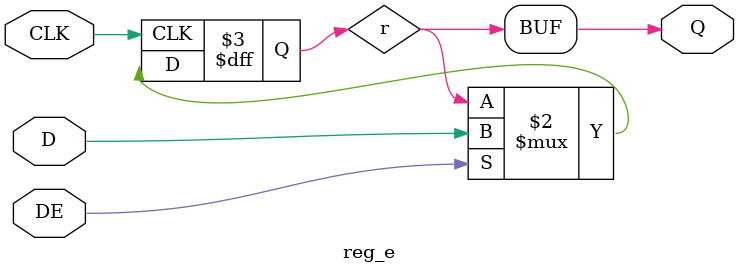
<source format=sv>
`timescale 1ps/1ps

module reg_e
(
    input   wire        CLK,
    input   wire        D,
    input   wire        DE,
    output  wire        Q
);

    logic r;

    always_ff @(posedge CLK)
    begin
        r <= DE ? D : r;
    end

    assign Q = r;

endmodule

</source>
